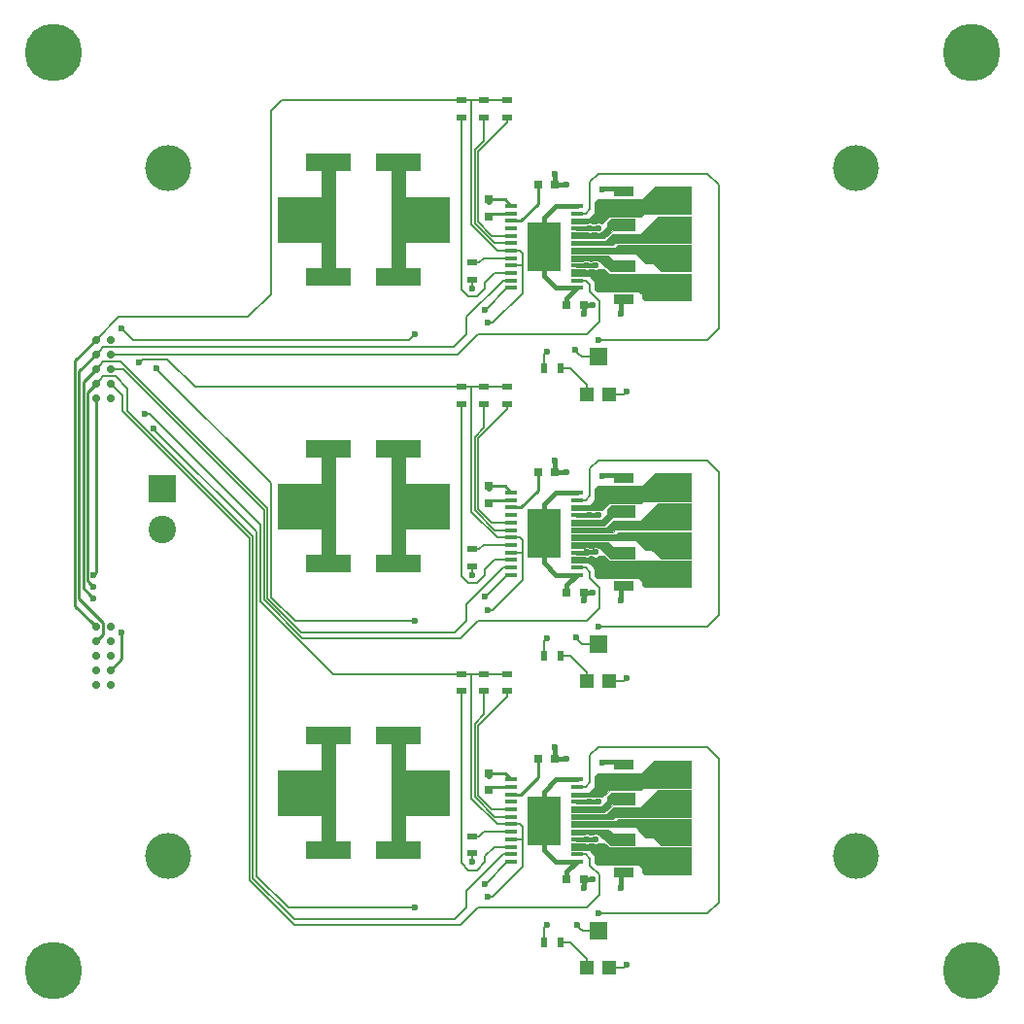
<source format=gbr>
G04 #@! TF.FileFunction,Copper,L1,Top,Signal*
%FSLAX46Y46*%
G04 Gerber Fmt 4.6, Leading zero omitted, Abs format (unit mm)*
G04 Created by KiCad (PCBNEW (2015-12-07 BZR 6352)-product) date Sun 16 Jul 2017 10:51:14 AM EDT*
%MOMM*%
G01*
G04 APERTURE LIST*
%ADD10C,0.100000*%
%ADD11R,4.000500X1.600200*%
%ADD12R,0.900000X0.500000*%
%ADD13R,0.750000X0.800000*%
%ADD14R,0.800000X0.750000*%
%ADD15R,1.200000X1.200000*%
%ADD16R,1.600000X1.500000*%
%ADD17R,0.500000X0.900000*%
%ADD18R,1.700000X0.900000*%
%ADD19R,1.100000X0.400000*%
%ADD20R,3.000000X4.320000*%
%ADD21R,2.032000X1.727200*%
%ADD22O,2.032000X1.727200*%
%ADD23C,0.700000*%
%ADD24C,4.000000*%
%ADD25C,5.000000*%
%ADD26C,2.400000*%
%ADD27R,2.400000X2.400000*%
%ADD28C,0.600000*%
%ADD29C,0.203200*%
%ADD30C,0.254000*%
%ADD31C,1.270000*%
%ADD32C,0.381000*%
G04 APERTURE END LIST*
D10*
D11*
X116050540Y-95500000D03*
X109949460Y-95500000D03*
X116050540Y-70500000D03*
X109949460Y-70500000D03*
D12*
X123573908Y-90112684D03*
X123573908Y-91612684D03*
X121573908Y-90112684D03*
X121573908Y-91612684D03*
D13*
X124000000Y-98750000D03*
X124000000Y-100250000D03*
D12*
X125573908Y-90112684D03*
X125573908Y-91612684D03*
D14*
X129750000Y-97500000D03*
X128250000Y-97500000D03*
D11*
X116050540Y-105500000D03*
X109949460Y-105500000D03*
D15*
X132500000Y-115750000D03*
D16*
X133500000Y-112500000D03*
D15*
X134500000Y-115750000D03*
D17*
X128750000Y-113500000D03*
X130250000Y-113500000D03*
D12*
X122500000Y-104250000D03*
X122500000Y-105750000D03*
D14*
X132250000Y-108000000D03*
X130750000Y-108000000D03*
D18*
X135750000Y-98050000D03*
X135750000Y-100950000D03*
X135750000Y-107450000D03*
X135750000Y-104550000D03*
D19*
X125950000Y-99325000D03*
X125950000Y-99975000D03*
X125950000Y-100625000D03*
X125950000Y-101275000D03*
X125950000Y-101925000D03*
X125950000Y-102575000D03*
X125950000Y-103225000D03*
X125950000Y-103875000D03*
X125950000Y-104525000D03*
X125950000Y-105175000D03*
X125950000Y-105825000D03*
X125950000Y-106475000D03*
X131650000Y-106475000D03*
X131650000Y-105825000D03*
X131650000Y-105175000D03*
X131650000Y-104525000D03*
X131650000Y-103875000D03*
X131650000Y-103225000D03*
X131650000Y-102575000D03*
X131650000Y-101925000D03*
X131650000Y-101275000D03*
X131650000Y-100625000D03*
X131650000Y-99975000D03*
X131650000Y-99325000D03*
D20*
X128800000Y-102900000D03*
D21*
X140250000Y-106435000D03*
D22*
X140250000Y-103895000D03*
X140250000Y-101355000D03*
X140250000Y-98815000D03*
D12*
X123573908Y-65112684D03*
X123573908Y-66612684D03*
X121573908Y-65112684D03*
X121573908Y-66612684D03*
D13*
X124000000Y-73750000D03*
X124000000Y-75250000D03*
D12*
X125573908Y-65112684D03*
X125573908Y-66612684D03*
D14*
X129750000Y-72500000D03*
X128250000Y-72500000D03*
D11*
X116050540Y-80500000D03*
X109949460Y-80500000D03*
D15*
X132500000Y-90750000D03*
D16*
X133500000Y-87500000D03*
D15*
X134500000Y-90750000D03*
D17*
X128750000Y-88500000D03*
X130250000Y-88500000D03*
D12*
X122500000Y-79250000D03*
X122500000Y-80750000D03*
D14*
X132250000Y-83000000D03*
X130750000Y-83000000D03*
D18*
X135750000Y-73050000D03*
X135750000Y-75950000D03*
X135750000Y-82450000D03*
X135750000Y-79550000D03*
D19*
X125950000Y-74325000D03*
X125950000Y-74975000D03*
X125950000Y-75625000D03*
X125950000Y-76275000D03*
X125950000Y-76925000D03*
X125950000Y-77575000D03*
X125950000Y-78225000D03*
X125950000Y-78875000D03*
X125950000Y-79525000D03*
X125950000Y-80175000D03*
X125950000Y-80825000D03*
X125950000Y-81475000D03*
X131650000Y-81475000D03*
X131650000Y-80825000D03*
X131650000Y-80175000D03*
X131650000Y-79525000D03*
X131650000Y-78875000D03*
X131650000Y-78225000D03*
X131650000Y-77575000D03*
X131650000Y-76925000D03*
X131650000Y-76275000D03*
X131650000Y-75625000D03*
X131650000Y-74975000D03*
X131650000Y-74325000D03*
D20*
X128800000Y-77900000D03*
D21*
X140250000Y-81435000D03*
D22*
X140250000Y-78895000D03*
X140250000Y-76355000D03*
X140250000Y-73815000D03*
D19*
X125950000Y-49325000D03*
X125950000Y-49975000D03*
X125950000Y-50625000D03*
X125950000Y-51275000D03*
X125950000Y-51925000D03*
X125950000Y-52575000D03*
X125950000Y-53225000D03*
X125950000Y-53875000D03*
X125950000Y-54525000D03*
X125950000Y-55175000D03*
X125950000Y-55825000D03*
X125950000Y-56475000D03*
X131650000Y-56475000D03*
X131650000Y-55825000D03*
X131650000Y-55175000D03*
X131650000Y-54525000D03*
X131650000Y-53875000D03*
X131650000Y-53225000D03*
X131650000Y-52575000D03*
X131650000Y-51925000D03*
X131650000Y-51275000D03*
X131650000Y-50625000D03*
X131650000Y-49975000D03*
X131650000Y-49325000D03*
D20*
X128800000Y-52900000D03*
D13*
X124000000Y-48750000D03*
X124000000Y-50250000D03*
D14*
X132250000Y-58000000D03*
X130750000Y-58000000D03*
X129750000Y-47500000D03*
X128250000Y-47500000D03*
D12*
X122500000Y-54250000D03*
X122500000Y-55750000D03*
X125573908Y-40112684D03*
X125573908Y-41612684D03*
X123573908Y-40112684D03*
X123573908Y-41612684D03*
X121573908Y-40112684D03*
X121573908Y-41612684D03*
D18*
X135750000Y-57450000D03*
X135750000Y-54550000D03*
X135750000Y-48050000D03*
X135750000Y-50950000D03*
D17*
X128750000Y-63500000D03*
X130250000Y-63500000D03*
D15*
X132500000Y-65750000D03*
D16*
X133500000Y-62500000D03*
D15*
X134500000Y-65750000D03*
D11*
X116050540Y-45500000D03*
X109949460Y-45500000D03*
X116050540Y-55500000D03*
X109949460Y-55500000D03*
D21*
X140250000Y-56435000D03*
D22*
X140250000Y-53895000D03*
X140250000Y-51355000D03*
X140250000Y-48815000D03*
D23*
X89730000Y-86000000D03*
X91000000Y-86000000D03*
X89730000Y-87270000D03*
X91000000Y-87270000D03*
X89730000Y-88540000D03*
X91000000Y-88540000D03*
X89730000Y-89810000D03*
X91000000Y-89810000D03*
X89730000Y-91080000D03*
X91000000Y-91080000D03*
X89730000Y-61000000D03*
X91000000Y-61000000D03*
X89730000Y-62270000D03*
X91000000Y-62270000D03*
X89730000Y-63540000D03*
X91000000Y-63540000D03*
X89730000Y-64810000D03*
X91000000Y-64810000D03*
X89730000Y-66080000D03*
X91000000Y-66080000D03*
D24*
X96000000Y-106000000D03*
X156000000Y-106000000D03*
X156000000Y-46000000D03*
X96000000Y-46000000D03*
D25*
X86000000Y-116000000D03*
X86000000Y-36000000D03*
X166000000Y-36000000D03*
X166000000Y-116000000D03*
D26*
X95500000Y-77500000D03*
D27*
X95500000Y-74000000D03*
D28*
X93972736Y-67438405D03*
X93500000Y-63000000D03*
X128999946Y-112001620D03*
X123877497Y-109532598D03*
X128999946Y-87001620D03*
X123877497Y-84532598D03*
X123877497Y-59532598D03*
X128999946Y-62001620D03*
X108500000Y-76500000D03*
X107500000Y-76500000D03*
X106500000Y-76500000D03*
X106500000Y-75500000D03*
X107500000Y-75500000D03*
X108500000Y-75500000D03*
X108500000Y-74500000D03*
X107500000Y-74500000D03*
X108500000Y-101500000D03*
X107500000Y-101500000D03*
X106500000Y-101500000D03*
X106500000Y-100500000D03*
X107500000Y-100500000D03*
X108500000Y-100500000D03*
X108500000Y-99500000D03*
X106500000Y-99500000D03*
X107500000Y-99500000D03*
X108500000Y-51500000D03*
X108500000Y-50500000D03*
X108500000Y-49500000D03*
X107500000Y-50500000D03*
X107500000Y-51500000D03*
X106500000Y-51500000D03*
X106500000Y-50500000D03*
X107500000Y-49500000D03*
X128800000Y-103900000D03*
X129800000Y-102900000D03*
X129800000Y-103900000D03*
X133835488Y-97859014D03*
X128800000Y-102900000D03*
X127800000Y-102900000D03*
X129800000Y-101900000D03*
X127800000Y-101900000D03*
X128800000Y-101900000D03*
X127800000Y-103900000D03*
X136000000Y-115500000D03*
X135500000Y-108750000D03*
X122500000Y-106500000D03*
X106500000Y-74500000D03*
X128800000Y-78900000D03*
X129800000Y-77900000D03*
X129800000Y-78900000D03*
X133835488Y-72859014D03*
X128800000Y-77900000D03*
X127800000Y-77900000D03*
X129800000Y-76900000D03*
X127800000Y-76900000D03*
X128800000Y-76900000D03*
X127800000Y-78900000D03*
X136000000Y-90500000D03*
X135500000Y-83750000D03*
X122500000Y-81500000D03*
X106500000Y-49500000D03*
X136000000Y-65500000D03*
X122500000Y-56500000D03*
X127800000Y-53900000D03*
X129800000Y-53900000D03*
X129800000Y-52900000D03*
X127800000Y-52900000D03*
X127800000Y-51900000D03*
X129800000Y-51900000D03*
X133835488Y-47859014D03*
X135500000Y-58750000D03*
X128800000Y-51900000D03*
X128800000Y-53900000D03*
X128800000Y-52900000D03*
X119500000Y-101500000D03*
X118500000Y-101500000D03*
X117500000Y-101500000D03*
X117500000Y-100500000D03*
X118500000Y-100500000D03*
X119500000Y-100500000D03*
X119500000Y-99500000D03*
X118500000Y-99500000D03*
X119500000Y-76500000D03*
X118500000Y-76500000D03*
X117500000Y-76500000D03*
X117500000Y-75500000D03*
X118500000Y-75500000D03*
X119500000Y-75500000D03*
X119500000Y-74500000D03*
X119500000Y-51500000D03*
X118500000Y-51500000D03*
X117500000Y-51500000D03*
X117500000Y-50500000D03*
X118500000Y-50500000D03*
X119500000Y-50500000D03*
X119500000Y-49500000D03*
X117500000Y-99500000D03*
X130750000Y-97500000D03*
X133500000Y-101250000D03*
X132750000Y-101250000D03*
X132500000Y-104500000D03*
X133250000Y-104500000D03*
X133000000Y-108000000D03*
X132250000Y-108750000D03*
X129750000Y-96500000D03*
X117500000Y-74500000D03*
X118500000Y-74500000D03*
X130750000Y-72500000D03*
X133500000Y-76250000D03*
X132750000Y-76250000D03*
X132500000Y-79500000D03*
X133250000Y-79500000D03*
X133000000Y-83000000D03*
X132250000Y-83750000D03*
X129750000Y-71500000D03*
X118500000Y-49500000D03*
X117500000Y-49500000D03*
X129750000Y-46500000D03*
X130750000Y-47500000D03*
X133500000Y-51250000D03*
X132750000Y-51250000D03*
X133250000Y-54500000D03*
X132500000Y-54500000D03*
X133000000Y-58000000D03*
X132250000Y-58750000D03*
X131478972Y-61901457D03*
X123638419Y-58405516D03*
X133500000Y-111000000D03*
X117500000Y-110500000D03*
X133500000Y-86000000D03*
X117500000Y-85500000D03*
X117500000Y-60500000D03*
X133500000Y-61000000D03*
X92000000Y-60000000D03*
X94746015Y-68753985D03*
X89500000Y-81500000D03*
X95000000Y-63500000D03*
X117500000Y-110500000D03*
X117500000Y-85500000D03*
X89500000Y-83500000D03*
X89500000Y-82500000D03*
X92000000Y-86500000D03*
X131556337Y-86967660D03*
X123638419Y-83405516D03*
X131649175Y-111987443D03*
X123638419Y-108405516D03*
D29*
X104076598Y-83783912D02*
X104076598Y-77118003D01*
X104076598Y-77118003D02*
X94397000Y-67438405D01*
X121573908Y-90112684D02*
X110405370Y-90112684D01*
X94397000Y-67438405D02*
X93972736Y-67438405D01*
X110405370Y-90112684D02*
X104076598Y-83783912D01*
X105887316Y-40112684D02*
X105000000Y-41000000D01*
X105000000Y-41000000D02*
X105000000Y-57000000D01*
X105000000Y-57000000D02*
X103000000Y-59000000D01*
D30*
X89380001Y-85650001D02*
X89730000Y-86000000D01*
X87910965Y-84180965D02*
X89380001Y-85650001D01*
X87910965Y-62819035D02*
X87910965Y-84180965D01*
X89730000Y-61000000D02*
X87910965Y-62819035D01*
D29*
X121573908Y-65112684D02*
X98375908Y-65112684D01*
X98375908Y-65112684D02*
X95963225Y-62700001D01*
X95963225Y-62700001D02*
X93799999Y-62700001D01*
X93799999Y-62700001D02*
X93500000Y-63000000D01*
X121573908Y-40112684D02*
X105887316Y-40112684D01*
X103000000Y-59000000D02*
X91730000Y-59000000D01*
X91730000Y-59000000D02*
X89730000Y-61000000D01*
X122440914Y-100981304D02*
X122440914Y-90171770D01*
X123573908Y-90112684D02*
X122500000Y-90112684D01*
X122440914Y-90171770D02*
X122500000Y-90112684D01*
X122500000Y-90112684D02*
X121573908Y-90112684D01*
X125573908Y-90112684D02*
X123573908Y-90112684D01*
X124684610Y-103225000D02*
X122440914Y-100981304D01*
X128750000Y-113500000D02*
X128750000Y-112251566D01*
X124301761Y-109532598D02*
X123877497Y-109532598D01*
X128750000Y-112251566D02*
X128999946Y-112001620D01*
X126891248Y-106943111D02*
X124301761Y-109532598D01*
X125950000Y-103225000D02*
X126655725Y-103225000D01*
X125950000Y-103225000D02*
X124684610Y-103225000D01*
X126655725Y-103225000D02*
X126891248Y-103460523D01*
X126891248Y-103460523D02*
X126891248Y-104500000D01*
X126412882Y-104525000D02*
X125950000Y-104525000D01*
X125950000Y-104525000D02*
X126866248Y-104525000D01*
X126891248Y-104500000D02*
X126891248Y-106943111D01*
X126866248Y-104525000D02*
X126891248Y-104500000D01*
X122440914Y-75981304D02*
X122440914Y-65171770D01*
X123573908Y-65112684D02*
X122500000Y-65112684D01*
X122440914Y-65171770D02*
X122500000Y-65112684D01*
X122500000Y-65112684D02*
X121573908Y-65112684D01*
X125573908Y-65112684D02*
X123573908Y-65112684D01*
X124684610Y-78225000D02*
X122440914Y-75981304D01*
X128750000Y-88500000D02*
X128750000Y-87251566D01*
X124301761Y-84532598D02*
X123877497Y-84532598D01*
X128750000Y-87251566D02*
X128999946Y-87001620D01*
X126891248Y-81943111D02*
X124301761Y-84532598D01*
X125950000Y-78225000D02*
X126655725Y-78225000D01*
X125950000Y-78225000D02*
X124684610Y-78225000D01*
X126655725Y-78225000D02*
X126891248Y-78460523D01*
X126891248Y-78460523D02*
X126891248Y-79500000D01*
X126412882Y-79525000D02*
X125950000Y-79525000D01*
X125950000Y-79525000D02*
X126866248Y-79525000D01*
X126891248Y-79500000D02*
X126891248Y-81943111D01*
X126866248Y-79525000D02*
X126891248Y-79500000D01*
X126891248Y-54500000D02*
X126891248Y-56943111D01*
X126891248Y-56943111D02*
X124301761Y-59532598D01*
X124301761Y-59532598D02*
X123877497Y-59532598D01*
X128750000Y-63500000D02*
X128750000Y-62251566D01*
X128750000Y-62251566D02*
X128999946Y-62001620D01*
X126891248Y-53460523D02*
X126891248Y-54500000D01*
X125950000Y-54525000D02*
X126866248Y-54525000D01*
X126866248Y-54525000D02*
X126891248Y-54500000D01*
X125950000Y-53225000D02*
X126655725Y-53225000D01*
X126655725Y-53225000D02*
X126891248Y-53460523D01*
X125950000Y-53225000D02*
X124684610Y-53225000D01*
X124684610Y-53225000D02*
X122440914Y-50981304D01*
X122440914Y-50981304D02*
X122440914Y-40171770D01*
X122440914Y-40171770D02*
X122500000Y-40112684D01*
X123573908Y-40112684D02*
X122500000Y-40112684D01*
X122500000Y-40112684D02*
X121573908Y-40112684D01*
X125573908Y-40112684D02*
X123573908Y-40112684D01*
X126412882Y-54525000D02*
X125950000Y-54525000D01*
D30*
X106500000Y-76500000D02*
X107500000Y-76500000D01*
X107500000Y-75500000D02*
X106500000Y-75500000D01*
X108500000Y-74500000D02*
X108500000Y-75500000D01*
X106500000Y-74500000D02*
X107500000Y-74500000D01*
X107500000Y-101500000D02*
X108500000Y-101500000D01*
X106500000Y-100500000D02*
X106500000Y-101500000D01*
X108500000Y-100500000D02*
X107500000Y-100500000D01*
X107500000Y-99500000D02*
X108500000Y-99500000D01*
X107500000Y-99500000D02*
X106500000Y-99500000D01*
D29*
X108500000Y-50500000D02*
X108500000Y-51500000D01*
X108500000Y-49500000D02*
X108500000Y-50500000D01*
X107500000Y-49500000D02*
X108500000Y-49500000D01*
X107500000Y-51500000D02*
X107500000Y-50500000D01*
X106500000Y-51500000D02*
X107500000Y-51500000D01*
X106500000Y-50500000D02*
X106500000Y-51500000D01*
X106500000Y-49500000D02*
X106500000Y-50500000D01*
X106500000Y-49500000D02*
X107500000Y-49500000D01*
D31*
X109949460Y-105500000D02*
X109949460Y-99000000D01*
D29*
X107000000Y-99000000D02*
X106500000Y-99500000D01*
X109949460Y-99000000D02*
X107000000Y-99000000D01*
D31*
X109949460Y-99000000D02*
X109949460Y-95500000D01*
D32*
X130750000Y-107375000D02*
X131650000Y-106475000D01*
X129834000Y-106475000D02*
X128800000Y-105441000D01*
X128800000Y-105441000D02*
X128800000Y-102900000D01*
X131650000Y-106475000D02*
X129834000Y-106475000D01*
D29*
X134500000Y-115750000D02*
X135750000Y-115750000D01*
X135750000Y-115750000D02*
X136000000Y-115500000D01*
D32*
X135500000Y-107700000D02*
X135500000Y-108750000D01*
X130750000Y-108000000D02*
X130750000Y-107375000D01*
X135500000Y-97800000D02*
X133894502Y-97800000D01*
X133894502Y-97800000D02*
X133835488Y-97859014D01*
X131650000Y-99325000D02*
X129834000Y-99325000D01*
X128800000Y-100359000D02*
X128800000Y-102900000D01*
X129834000Y-99325000D02*
X128800000Y-100359000D01*
D29*
X122500000Y-105750000D02*
X122500000Y-106500000D01*
D31*
X109949460Y-80500000D02*
X109949460Y-74000000D01*
D29*
X107000000Y-74000000D02*
X106500000Y-74500000D01*
X109949460Y-74000000D02*
X107000000Y-74000000D01*
D31*
X109949460Y-74000000D02*
X109949460Y-70500000D01*
D32*
X130750000Y-82375000D02*
X131650000Y-81475000D01*
X129834000Y-81475000D02*
X128800000Y-80441000D01*
X128800000Y-80441000D02*
X128800000Y-77900000D01*
X131650000Y-81475000D02*
X129834000Y-81475000D01*
D29*
X134500000Y-90750000D02*
X135750000Y-90750000D01*
X135750000Y-90750000D02*
X136000000Y-90500000D01*
D32*
X135500000Y-82700000D02*
X135500000Y-83750000D01*
X130750000Y-83000000D02*
X130750000Y-82375000D01*
X135500000Y-72800000D02*
X133894502Y-72800000D01*
X133894502Y-72800000D02*
X133835488Y-72859014D01*
X131650000Y-74325000D02*
X129834000Y-74325000D01*
X128800000Y-75359000D02*
X128800000Y-77900000D01*
X129834000Y-74325000D02*
X128800000Y-75359000D01*
D29*
X122500000Y-80750000D02*
X122500000Y-81500000D01*
D31*
X109949460Y-49000000D02*
X109949460Y-45500000D01*
X109949460Y-55500000D02*
X109949460Y-49000000D01*
D29*
X109949460Y-49000000D02*
X107000000Y-49000000D01*
X107000000Y-49000000D02*
X106500000Y-49500000D01*
X134500000Y-65750000D02*
X135750000Y-65750000D01*
X135750000Y-65750000D02*
X136000000Y-65500000D01*
X122500000Y-55750000D02*
X122500000Y-56500000D01*
D32*
X133894502Y-47800000D02*
X133835488Y-47859014D01*
X135500000Y-47800000D02*
X133894502Y-47800000D01*
X135500000Y-57700000D02*
X135500000Y-58750000D01*
X130750000Y-58000000D02*
X130750000Y-57375000D01*
X130750000Y-57375000D02*
X131650000Y-56475000D01*
X131650000Y-49325000D02*
X129834000Y-49325000D01*
X129834000Y-49325000D02*
X128800000Y-50359000D01*
X128800000Y-50359000D02*
X128800000Y-52900000D01*
X131650000Y-56475000D02*
X129834000Y-56475000D01*
X129834000Y-56475000D02*
X128800000Y-55441000D01*
X128800000Y-55441000D02*
X128800000Y-52900000D01*
D30*
X118500000Y-101500000D02*
X119500000Y-101500000D01*
X117500000Y-100500000D02*
X117500000Y-101500000D01*
X119500000Y-100500000D02*
X118500000Y-100500000D01*
X118500000Y-99500000D02*
X119500000Y-99500000D01*
X118500000Y-76500000D02*
X119500000Y-76500000D01*
X117500000Y-76500000D02*
X118500000Y-76500000D01*
X117500000Y-75500000D02*
X117500000Y-76500000D01*
X118500000Y-75500000D02*
X117500000Y-75500000D01*
X119500000Y-75500000D02*
X118500000Y-75500000D01*
X119500000Y-74500000D02*
X119500000Y-75500000D01*
X118500000Y-74500000D02*
X119500000Y-74500000D01*
D29*
X118500000Y-51500000D02*
X119500000Y-51500000D01*
X117500000Y-51500000D02*
X118500000Y-51500000D01*
X117500000Y-50500000D02*
X117500000Y-51500000D01*
X118500000Y-50500000D02*
X117500000Y-50500000D01*
X119500000Y-50500000D02*
X118500000Y-50500000D01*
X119500000Y-49500000D02*
X119500000Y-50500000D01*
X118500000Y-49500000D02*
X119500000Y-49500000D01*
D31*
X116050540Y-105500000D02*
X116050540Y-99500000D01*
D29*
X116050540Y-99500000D02*
X117500000Y-99500000D01*
D31*
X116050540Y-99500000D02*
X116050540Y-95500000D01*
D29*
X117500000Y-99500000D02*
X118500000Y-99500000D01*
D32*
X132500000Y-104500000D02*
X133250000Y-104500000D01*
X132475000Y-104525000D02*
X132500000Y-104500000D01*
X132250000Y-108000000D02*
X133000000Y-108000000D01*
X132250000Y-108000000D02*
X132250000Y-108750000D01*
X131650000Y-104525000D02*
X132475000Y-104525000D01*
X132725000Y-101275000D02*
X132750000Y-101250000D01*
X132750000Y-101250000D02*
X133500000Y-101250000D01*
X131650000Y-101275000D02*
X132725000Y-101275000D01*
X129750000Y-97500000D02*
X129750000Y-96500000D01*
X129750000Y-97500000D02*
X130750000Y-97500000D01*
D31*
X116050540Y-80500000D02*
X116050540Y-74500000D01*
D29*
X116050540Y-74500000D02*
X117500000Y-74500000D01*
D31*
X116050540Y-74500000D02*
X116050540Y-70500000D01*
D29*
X117500000Y-74500000D02*
X118500000Y-74500000D01*
D32*
X132500000Y-79500000D02*
X133250000Y-79500000D01*
X132475000Y-79525000D02*
X132500000Y-79500000D01*
X132250000Y-83000000D02*
X133000000Y-83000000D01*
X132250000Y-83000000D02*
X132250000Y-83750000D01*
X131650000Y-79525000D02*
X132475000Y-79525000D01*
X132725000Y-76275000D02*
X132750000Y-76250000D01*
X132750000Y-76250000D02*
X133500000Y-76250000D01*
X131650000Y-76275000D02*
X132725000Y-76275000D01*
X129750000Y-72500000D02*
X129750000Y-71500000D01*
X129750000Y-72500000D02*
X130750000Y-72500000D01*
D29*
X117500000Y-49500000D02*
X118500000Y-49500000D01*
D31*
X116050540Y-49500000D02*
X116050540Y-45500000D01*
X116050540Y-55500000D02*
X116050540Y-49500000D01*
D29*
X116050540Y-49500000D02*
X117500000Y-49500000D01*
D32*
X129750000Y-47500000D02*
X129750000Y-46500000D01*
X129750000Y-47500000D02*
X130750000Y-47500000D01*
X132750000Y-51250000D02*
X133500000Y-51250000D01*
X131650000Y-51275000D02*
X132725000Y-51275000D01*
X132725000Y-51275000D02*
X132750000Y-51250000D01*
X132500000Y-54500000D02*
X133250000Y-54500000D01*
X131650000Y-54525000D02*
X132475000Y-54525000D01*
X132475000Y-54525000D02*
X132500000Y-54500000D01*
X132250000Y-58000000D02*
X133000000Y-58000000D01*
X132250000Y-58000000D02*
X132250000Y-58750000D01*
D29*
X130250000Y-63500000D02*
X131053200Y-63500000D01*
X131053200Y-63500000D02*
X132500000Y-64946800D01*
X132500000Y-64946800D02*
X132500000Y-65750000D01*
X132077515Y-62500000D02*
X131778971Y-62201456D01*
X133500000Y-62500000D02*
X132077515Y-62500000D01*
X131778971Y-62201456D02*
X131478972Y-61901457D01*
X125600000Y-56475000D02*
X123669484Y-58405516D01*
X123669484Y-58405516D02*
X123638419Y-58405516D01*
X125950000Y-56475000D02*
X125600000Y-56475000D01*
D30*
X89730000Y-62270000D02*
X88264976Y-63735024D01*
X88264976Y-63735024D02*
X88264976Y-83569717D01*
X88264976Y-83569717D02*
X90357785Y-85662526D01*
X90357785Y-85662526D02*
X90357785Y-86642215D01*
X90357785Y-86642215D02*
X90079999Y-86920001D01*
X90079999Y-86920001D02*
X89730000Y-87270000D01*
D29*
X125950000Y-55825000D02*
X125196800Y-55825000D01*
X90371683Y-61628317D02*
X90079999Y-61920001D01*
X125196800Y-55825000D02*
X122000000Y-59021800D01*
X122000000Y-60500000D02*
X120871683Y-61628317D01*
X120871683Y-61628317D02*
X90371683Y-61628317D01*
X122000000Y-59021800D02*
X122000000Y-60500000D01*
X90079999Y-61920001D02*
X89730000Y-62270000D01*
X131650000Y-55825000D02*
X132403200Y-55825000D01*
X132403200Y-55825000D02*
X132800000Y-56221800D01*
X132800000Y-56221800D02*
X132800000Y-56800000D01*
X132800000Y-56800000D02*
X133600000Y-57600000D01*
X133600000Y-57600000D02*
X133600000Y-59400000D01*
X133600000Y-59400000D02*
X132500000Y-60500000D01*
X132500000Y-60500000D02*
X123000000Y-60500000D01*
X123000000Y-60500000D02*
X121230000Y-62270000D01*
X121230000Y-62270000D02*
X97226456Y-62270000D01*
X97226456Y-62270000D02*
X91000000Y-62270000D01*
D30*
X131650000Y-55825000D02*
X131650000Y-55846602D01*
D29*
X144000000Y-110000000D02*
X143000000Y-111000000D01*
X143000000Y-111000000D02*
X133500000Y-111000000D01*
X144000000Y-97500000D02*
X144000000Y-110000000D01*
X143000000Y-96500000D02*
X144000000Y-97500000D01*
X133500000Y-96500000D02*
X143000000Y-96500000D01*
X132800000Y-97200000D02*
X133500000Y-96500000D01*
X132800000Y-97800000D02*
X132800000Y-97200000D01*
X132403200Y-99975000D02*
X132800000Y-99578200D01*
X131650000Y-99975000D02*
X132403200Y-99975000D01*
X132800000Y-99578200D02*
X132800000Y-97800000D01*
X144000000Y-85000000D02*
X143000000Y-86000000D01*
X143000000Y-86000000D02*
X133500000Y-86000000D01*
X144000000Y-72500000D02*
X144000000Y-85000000D01*
X143000000Y-71500000D02*
X144000000Y-72500000D01*
X133500000Y-71500000D02*
X143000000Y-71500000D01*
X132800000Y-72200000D02*
X133500000Y-71500000D01*
X132800000Y-72800000D02*
X132800000Y-72200000D01*
X132403200Y-74975000D02*
X132800000Y-74578200D01*
X131650000Y-74975000D02*
X132403200Y-74975000D01*
X132800000Y-74578200D02*
X132800000Y-72800000D01*
X132800000Y-49578200D02*
X132800000Y-47800000D01*
X131650000Y-49975000D02*
X132403200Y-49975000D01*
X132403200Y-49975000D02*
X132800000Y-49578200D01*
X132800000Y-47800000D02*
X132800000Y-47200000D01*
X132800000Y-47200000D02*
X133500000Y-46500000D01*
X133500000Y-46500000D02*
X143000000Y-46500000D01*
X143000000Y-46500000D02*
X144000000Y-47500000D01*
X144000000Y-47500000D02*
X144000000Y-60000000D01*
X143000000Y-61000000D02*
X133500000Y-61000000D01*
X144000000Y-60000000D02*
X143000000Y-61000000D01*
X107000000Y-61000000D02*
X93000000Y-61000000D01*
X93000000Y-61000000D02*
X92000000Y-60000000D01*
X116000000Y-61000000D02*
X107000000Y-61000000D01*
X117000000Y-61000000D02*
X116000000Y-61000000D01*
X117500000Y-60500000D02*
X117000000Y-61000000D01*
X95046014Y-69053984D02*
X94746015Y-68753985D01*
X103721176Y-77729146D02*
X95046014Y-69053984D01*
X106500000Y-110500000D02*
X103721176Y-107721176D01*
X103721176Y-107721176D02*
X103721176Y-77729146D01*
X117500000Y-110500000D02*
X106500000Y-110500000D01*
D30*
X89730000Y-81270000D02*
X89500000Y-81500000D01*
X89730000Y-66080000D02*
X89730000Y-81270000D01*
D29*
X95299999Y-63799999D02*
X95000000Y-63500000D01*
X105000000Y-83416589D02*
X105000000Y-73500000D01*
X117500000Y-85500000D02*
X107083411Y-85500000D01*
X105000000Y-73500000D02*
X95299999Y-63799999D01*
X107083411Y-85500000D02*
X105000000Y-83416589D01*
X132800000Y-99578200D02*
X132800000Y-97800000D01*
X131650000Y-99975000D02*
X132403200Y-99975000D01*
X132403200Y-99975000D02*
X132800000Y-99578200D01*
X132800000Y-74578200D02*
X132800000Y-72800000D01*
X131650000Y-74975000D02*
X132403200Y-74975000D01*
X132403200Y-74975000D02*
X132800000Y-74578200D01*
D30*
X124000000Y-48750000D02*
X125375000Y-48750000D01*
D32*
X124000000Y-48750000D02*
X124000000Y-49000000D01*
D30*
X125375000Y-48750000D02*
X125950000Y-49325000D01*
X124000000Y-50250000D02*
X124275000Y-49975000D01*
X124275000Y-49975000D02*
X125950000Y-49975000D01*
D29*
X122500000Y-54250000D02*
X123153200Y-54250000D01*
X123153200Y-54250000D02*
X123528200Y-53875000D01*
X123528200Y-53875000D02*
X125196800Y-53875000D01*
X125196800Y-53875000D02*
X125950000Y-53875000D01*
X125573908Y-41612684D02*
X125573908Y-42065884D01*
X124242220Y-51925000D02*
X125196800Y-51925000D01*
X125196800Y-51925000D02*
X125950000Y-51925000D01*
X125573908Y-42065884D02*
X123047336Y-44592456D01*
X123047336Y-50730116D02*
X124242220Y-51925000D01*
X123047336Y-44592456D02*
X123047336Y-50730116D01*
X125196800Y-52575000D02*
X125950000Y-52575000D01*
X122744125Y-44466862D02*
X122744125Y-50855710D01*
X122744125Y-50855710D02*
X124463415Y-52575000D01*
X123573908Y-43637079D02*
X122744125Y-44466862D01*
X124463415Y-52575000D02*
X125196800Y-52575000D01*
X123573908Y-41612684D02*
X123573908Y-43637079D01*
X121573908Y-41612684D02*
X121573908Y-56580422D01*
X123637311Y-55996994D02*
X124459305Y-55175000D01*
X121573908Y-56580422D02*
X122205419Y-57211933D01*
X122205419Y-57211933D02*
X122917025Y-57211933D01*
X122917025Y-57211933D02*
X123637311Y-56491647D01*
X123637311Y-56491647D02*
X123637311Y-55996994D01*
X124459305Y-55175000D02*
X125950000Y-55175000D01*
D32*
X140097600Y-48630000D02*
X140250000Y-48630000D01*
D30*
X128250000Y-47500000D02*
X128250000Y-49129000D01*
X128250000Y-49129000D02*
X126754000Y-50625000D01*
X126754000Y-50625000D02*
X125950000Y-50625000D01*
X88618987Y-64651013D02*
X88618987Y-82618987D01*
X89730000Y-63540000D02*
X88618987Y-64651013D01*
X89200001Y-83200001D02*
X89500000Y-83500000D01*
X88618987Y-82618987D02*
X89200001Y-83200001D01*
D29*
X90079999Y-63190001D02*
X89730000Y-63540000D01*
X90367325Y-62902675D02*
X90079999Y-63190001D01*
X91900193Y-62902675D02*
X90367325Y-62902675D01*
X107654607Y-86500000D02*
X104683020Y-83528413D01*
X104683020Y-83528413D02*
X104683020Y-75685502D01*
X121000000Y-86500000D02*
X107654607Y-86500000D01*
X122000000Y-84021800D02*
X122000000Y-85500000D01*
X104683020Y-75685502D02*
X91900193Y-62902675D01*
X125950000Y-80825000D02*
X125196800Y-80825000D01*
X125196800Y-80825000D02*
X122000000Y-84021800D01*
X122000000Y-85500000D02*
X121000000Y-86500000D01*
X131650000Y-80825000D02*
X132403200Y-80825000D01*
X132800000Y-81800000D02*
X133600000Y-82600000D01*
X133600000Y-82600000D02*
X133600000Y-84400000D01*
X133600000Y-84400000D02*
X132500000Y-85500000D01*
X121500000Y-87000000D02*
X107725803Y-87000000D01*
X107725803Y-87000000D02*
X104379809Y-83654006D01*
X104379809Y-83654006D02*
X104379809Y-75811096D01*
X92108713Y-63540000D02*
X91000000Y-63540000D01*
X132403200Y-80825000D02*
X132800000Y-81221800D01*
X132800000Y-81221800D02*
X132800000Y-81800000D01*
X132500000Y-85500000D02*
X123000000Y-85500000D01*
X123000000Y-85500000D02*
X121500000Y-87000000D01*
X104379809Y-75811096D02*
X92108713Y-63540000D01*
D30*
X131650000Y-80825000D02*
X131650000Y-80846602D01*
D29*
X103417965Y-78135332D02*
X92500000Y-67217368D01*
X90368963Y-64171037D02*
X90079999Y-64460001D01*
X107000000Y-111500000D02*
X103417965Y-107917965D01*
X92500000Y-65262058D02*
X91408979Y-64171037D01*
X121000000Y-111500000D02*
X107000000Y-111500000D01*
X125196800Y-105825000D02*
X122000000Y-109021800D01*
X91408979Y-64171037D02*
X90368963Y-64171037D01*
X103417965Y-107917965D02*
X103417965Y-78135332D01*
X92500000Y-67217368D02*
X92500000Y-65262058D01*
X125950000Y-105825000D02*
X125196800Y-105825000D01*
X90079999Y-64460001D02*
X89730000Y-64810000D01*
X122000000Y-109021800D02*
X122000000Y-110500000D01*
X122000000Y-110500000D02*
X121000000Y-111500000D01*
D30*
X88972998Y-65567002D02*
X88972998Y-81972998D01*
X89730000Y-64810000D02*
X88972998Y-65567002D01*
X89200001Y-82200001D02*
X89500000Y-82500000D01*
X88972998Y-81972998D02*
X89200001Y-82200001D01*
D29*
X121500000Y-112000000D02*
X107000000Y-112000000D01*
X133600000Y-109400000D02*
X132500000Y-110500000D01*
X133600000Y-107600000D02*
X133600000Y-109400000D01*
X103114754Y-108062984D02*
X103114754Y-78260926D01*
X107000000Y-111948230D02*
X103114754Y-108062984D01*
X123000000Y-110500000D02*
X121500000Y-112000000D01*
X132403200Y-105825000D02*
X132800000Y-106221800D01*
X131650000Y-105825000D02*
X132403200Y-105825000D01*
X132800000Y-106221800D02*
X132800000Y-106800000D01*
X132800000Y-106800000D02*
X133600000Y-107600000D01*
X132500000Y-110500000D02*
X123000000Y-110500000D01*
X91349999Y-65159999D02*
X91000000Y-64810000D01*
X107000000Y-112000000D02*
X107000000Y-111948230D01*
X103114754Y-78260926D02*
X92044295Y-67190467D01*
X92044295Y-67190467D02*
X92044295Y-65854295D01*
X92044295Y-65854295D02*
X91349999Y-65159999D01*
D30*
X92000000Y-86500000D02*
X92000000Y-88810000D01*
X92000000Y-88810000D02*
X91000000Y-89810000D01*
X131650000Y-105825000D02*
X131650000Y-105846602D01*
D29*
X131053200Y-88500000D02*
X132500000Y-89946800D01*
X132500000Y-89946800D02*
X132500000Y-90750000D01*
X130250000Y-88500000D02*
X131053200Y-88500000D01*
X131053200Y-113500000D02*
X132500000Y-114946800D01*
X132500000Y-114946800D02*
X132500000Y-115750000D01*
X130250000Y-113500000D02*
X131053200Y-113500000D01*
D30*
X125375000Y-73750000D02*
X125950000Y-74325000D01*
X124000000Y-73750000D02*
X125375000Y-73750000D01*
D32*
X124000000Y-73750000D02*
X124000000Y-74000000D01*
D30*
X124000000Y-75250000D02*
X124275000Y-74975000D01*
X124275000Y-74975000D02*
X125950000Y-74975000D01*
X125375000Y-98750000D02*
X125950000Y-99325000D01*
X124000000Y-98750000D02*
X125375000Y-98750000D01*
D32*
X124000000Y-98750000D02*
X124000000Y-99000000D01*
D30*
X124000000Y-100250000D02*
X124275000Y-99975000D01*
X124275000Y-99975000D02*
X125950000Y-99975000D01*
D32*
X140097600Y-73630000D02*
X140250000Y-73630000D01*
X140097600Y-98630000D02*
X140250000Y-98630000D01*
D29*
X123528200Y-78875000D02*
X125196800Y-78875000D01*
X125196800Y-78875000D02*
X125950000Y-78875000D01*
X123153200Y-79250000D02*
X123528200Y-78875000D01*
X122500000Y-79250000D02*
X123153200Y-79250000D01*
X123528200Y-103875000D02*
X125196800Y-103875000D01*
X125196800Y-103875000D02*
X125950000Y-103875000D01*
X123153200Y-104250000D02*
X123528200Y-103875000D01*
X122500000Y-104250000D02*
X123153200Y-104250000D01*
X131856336Y-87267659D02*
X131556337Y-86967660D01*
X133500000Y-87500000D02*
X132088677Y-87500000D01*
X132088677Y-87500000D02*
X131856336Y-87267659D01*
X125600000Y-81475000D02*
X123669484Y-83405516D01*
X123669484Y-83405516D02*
X123638419Y-83405516D01*
X125950000Y-81475000D02*
X125600000Y-81475000D01*
X132161732Y-112500000D02*
X131949174Y-112287442D01*
X131949174Y-112287442D02*
X131649175Y-111987443D01*
X133500000Y-112500000D02*
X132161732Y-112500000D01*
X125600000Y-106475000D02*
X123669484Y-108405516D01*
X123669484Y-108405516D02*
X123638419Y-108405516D01*
X125950000Y-106475000D02*
X125600000Y-106475000D01*
D30*
X128250000Y-74129000D02*
X126754000Y-75625000D01*
X126754000Y-75625000D02*
X125950000Y-75625000D01*
X128250000Y-72500000D02*
X128250000Y-74129000D01*
X128250000Y-99129000D02*
X126754000Y-100625000D01*
X126754000Y-100625000D02*
X125950000Y-100625000D01*
X128250000Y-97500000D02*
X128250000Y-99129000D01*
D29*
X125196800Y-76925000D02*
X125950000Y-76925000D01*
X124242220Y-76925000D02*
X125196800Y-76925000D01*
X123047336Y-75730116D02*
X124242220Y-76925000D01*
X123047336Y-69592456D02*
X123047336Y-75730116D01*
X125573908Y-67065884D02*
X123047336Y-69592456D01*
X125573908Y-66612684D02*
X125573908Y-67065884D01*
X123573908Y-68637079D02*
X122744125Y-69466862D01*
X123573908Y-66612684D02*
X123573908Y-68637079D01*
X122744125Y-69466862D02*
X122744125Y-75855710D01*
X122744125Y-75855710D02*
X124463415Y-77575000D01*
X125196800Y-77575000D02*
X125950000Y-77575000D01*
X124463415Y-77575000D02*
X125196800Y-77575000D01*
X121573908Y-66612684D02*
X121573908Y-81580422D01*
X121573908Y-81580422D02*
X122205419Y-82211933D01*
X122917025Y-82211933D02*
X123637311Y-81491647D01*
X123637311Y-80996994D02*
X124459305Y-80175000D01*
X122205419Y-82211933D02*
X122917025Y-82211933D01*
X123637311Y-81491647D02*
X123637311Y-80996994D01*
X124459305Y-80175000D02*
X125950000Y-80175000D01*
X125196800Y-101925000D02*
X125950000Y-101925000D01*
X124242220Y-101925000D02*
X125196800Y-101925000D01*
X123047336Y-100730116D02*
X124242220Y-101925000D01*
X123047336Y-94592456D02*
X123047336Y-100730116D01*
X125573908Y-92065884D02*
X123047336Y-94592456D01*
X125573908Y-91612684D02*
X125573908Y-92065884D01*
X123573908Y-93637079D02*
X122744125Y-94466862D01*
X123573908Y-91612684D02*
X123573908Y-93637079D01*
X122744125Y-94466862D02*
X122744125Y-100855710D01*
X122744125Y-100855710D02*
X124463415Y-102575000D01*
X125196800Y-102575000D02*
X125950000Y-102575000D01*
X124463415Y-102575000D02*
X125196800Y-102575000D01*
X121573908Y-91612684D02*
X121573908Y-106580422D01*
X121573908Y-106580422D02*
X122205419Y-107211933D01*
X122917025Y-107211933D02*
X123637311Y-106491647D01*
X123637311Y-105996994D02*
X124459305Y-105175000D01*
X122205419Y-107211933D02*
X122917025Y-107211933D01*
X123637311Y-106491647D02*
X123637311Y-105996994D01*
X124459305Y-105175000D02*
X125950000Y-105175000D01*
D10*
G36*
X134764645Y-54035355D02*
X134781185Y-54046325D01*
X134800000Y-54050000D01*
X136650000Y-54050000D01*
X136650000Y-55050000D01*
X134562132Y-55050000D01*
X134206066Y-54693934D01*
X134158358Y-54661818D01*
X134125969Y-54655259D01*
X133635355Y-54164645D01*
X133618815Y-54153675D01*
X133600000Y-54150000D01*
X133536452Y-54150000D01*
X133505237Y-54118731D01*
X133339903Y-54050078D01*
X133160882Y-54049922D01*
X132995428Y-54118286D01*
X132963659Y-54150000D01*
X132786452Y-54150000D01*
X132755237Y-54118731D01*
X132589903Y-54050078D01*
X132410882Y-54049922D01*
X132245428Y-54118286D01*
X132213659Y-54150000D01*
X131150000Y-54150000D01*
X131150000Y-53650000D01*
X134379290Y-53650000D01*
X134764645Y-54035355D01*
X134764645Y-54035355D01*
G37*
X134764645Y-54035355D02*
X134781185Y-54046325D01*
X134800000Y-54050000D01*
X136650000Y-54050000D01*
X136650000Y-55050000D01*
X134562132Y-55050000D01*
X134206066Y-54693934D01*
X134158358Y-54661818D01*
X134125969Y-54655259D01*
X133635355Y-54164645D01*
X133618815Y-54153675D01*
X133600000Y-54150000D01*
X133536452Y-54150000D01*
X133505237Y-54118731D01*
X133339903Y-54050078D01*
X133160882Y-54049922D01*
X132995428Y-54118286D01*
X132963659Y-54150000D01*
X132786452Y-54150000D01*
X132755237Y-54118731D01*
X132589903Y-54050078D01*
X132410882Y-54049922D01*
X132245428Y-54118286D01*
X132213659Y-54150000D01*
X131150000Y-54150000D01*
X131150000Y-53650000D01*
X134379290Y-53650000D01*
X134764645Y-54035355D01*
G36*
X136650000Y-51450000D02*
X134800000Y-51450000D01*
X134780547Y-51453939D01*
X134764645Y-51464645D01*
X134079290Y-52150000D01*
X131150000Y-52150000D01*
X131150000Y-51650000D01*
X132539872Y-51650000D01*
X132660097Y-51699922D01*
X132839118Y-51700078D01*
X132960316Y-51650000D01*
X133289872Y-51650000D01*
X133410097Y-51699922D01*
X133589118Y-51700078D01*
X133710316Y-51650000D01*
X133800000Y-51650000D01*
X133819453Y-51646061D01*
X133835355Y-51635355D01*
X134235355Y-51235355D01*
X134246325Y-51218815D01*
X134250000Y-51200000D01*
X134250000Y-50820710D01*
X134620710Y-50450000D01*
X136650000Y-50450000D01*
X136650000Y-51450000D01*
X136650000Y-51450000D01*
G37*
X136650000Y-51450000D02*
X134800000Y-51450000D01*
X134780547Y-51453939D01*
X134764645Y-51464645D01*
X134079290Y-52150000D01*
X131150000Y-52150000D01*
X131150000Y-51650000D01*
X132539872Y-51650000D01*
X132660097Y-51699922D01*
X132839118Y-51700078D01*
X132960316Y-51650000D01*
X133289872Y-51650000D01*
X133410097Y-51699922D01*
X133589118Y-51700078D01*
X133710316Y-51650000D01*
X133800000Y-51650000D01*
X133819453Y-51646061D01*
X133835355Y-51635355D01*
X134235355Y-51235355D01*
X134246325Y-51218815D01*
X134250000Y-51200000D01*
X134250000Y-50820710D01*
X134620710Y-50450000D01*
X136650000Y-50450000D01*
X136650000Y-51450000D01*
G36*
X141550000Y-50050000D02*
X137500000Y-50050000D01*
X137480547Y-50053939D01*
X137464645Y-50064645D01*
X137279290Y-50250000D01*
X134500000Y-50250000D01*
X134480547Y-50253939D01*
X134464645Y-50264645D01*
X133879290Y-50850000D01*
X133710128Y-50850000D01*
X133589903Y-50800078D01*
X133410882Y-50799922D01*
X133289684Y-50850000D01*
X132960128Y-50850000D01*
X132839903Y-50800078D01*
X132660882Y-50799922D01*
X132539684Y-50850000D01*
X131150000Y-50850000D01*
X131150000Y-50450000D01*
X132700000Y-50450000D01*
X132719453Y-50446061D01*
X132735355Y-50435355D01*
X133135355Y-50035355D01*
X133146325Y-50018815D01*
X133150000Y-50000000D01*
X133150000Y-49020710D01*
X133420710Y-48750000D01*
X137300000Y-48750000D01*
X137319453Y-48746061D01*
X137335355Y-48735355D01*
X138420710Y-47650000D01*
X141550000Y-47650000D01*
X141550000Y-50050000D01*
X141550000Y-50050000D01*
G37*
X141550000Y-50050000D02*
X137500000Y-50050000D01*
X137480547Y-50053939D01*
X137464645Y-50064645D01*
X137279290Y-50250000D01*
X134500000Y-50250000D01*
X134480547Y-50253939D01*
X134464645Y-50264645D01*
X133879290Y-50850000D01*
X133710128Y-50850000D01*
X133589903Y-50800078D01*
X133410882Y-50799922D01*
X133289684Y-50850000D01*
X132960128Y-50850000D01*
X132839903Y-50800078D01*
X132660882Y-50799922D01*
X132539684Y-50850000D01*
X131150000Y-50850000D01*
X131150000Y-50450000D01*
X132700000Y-50450000D01*
X132719453Y-50446061D01*
X132735355Y-50435355D01*
X133135355Y-50035355D01*
X133146325Y-50018815D01*
X133150000Y-50000000D01*
X133150000Y-49020710D01*
X133420710Y-48750000D01*
X137300000Y-48750000D01*
X137319453Y-48746061D01*
X137335355Y-48735355D01*
X138420710Y-47650000D01*
X141550000Y-47650000D01*
X141550000Y-50050000D01*
G36*
X141550000Y-52550000D02*
X135000000Y-52550000D01*
X134980547Y-52553939D01*
X134964645Y-52564645D01*
X134779290Y-52750000D01*
X131150000Y-52750000D01*
X131150000Y-52350000D01*
X134200000Y-52350000D01*
X134219453Y-52346061D01*
X134235355Y-52335355D01*
X134820710Y-51750000D01*
X137200000Y-51750000D01*
X137219453Y-51746061D01*
X137235355Y-51735355D01*
X138720710Y-50250000D01*
X141550000Y-50250000D01*
X141550000Y-52550000D01*
X141550000Y-52550000D01*
G37*
X141550000Y-52550000D02*
X135000000Y-52550000D01*
X134980547Y-52553939D01*
X134964645Y-52564645D01*
X134779290Y-52750000D01*
X131150000Y-52750000D01*
X131150000Y-52350000D01*
X134200000Y-52350000D01*
X134219453Y-52346061D01*
X134235355Y-52335355D01*
X134820710Y-51750000D01*
X137200000Y-51750000D01*
X137219453Y-51746061D01*
X137235355Y-51735355D01*
X138720710Y-50250000D01*
X141550000Y-50250000D01*
X141550000Y-52550000D01*
G36*
X141550000Y-55050000D02*
X138920710Y-55050000D01*
X138235355Y-54364645D01*
X138218815Y-54353675D01*
X138200000Y-54350000D01*
X137620710Y-54350000D01*
X136735355Y-53464645D01*
X136718815Y-53453675D01*
X136700000Y-53450000D01*
X131150000Y-53450000D01*
X131150000Y-52950000D01*
X135000000Y-52950000D01*
X135019453Y-52946061D01*
X135035355Y-52935355D01*
X135220710Y-52750000D01*
X141550000Y-52750000D01*
X141550000Y-55050000D01*
X141550000Y-55050000D01*
G37*
X141550000Y-55050000D02*
X138920710Y-55050000D01*
X138235355Y-54364645D01*
X138218815Y-54353675D01*
X138200000Y-54350000D01*
X137620710Y-54350000D01*
X136735355Y-53464645D01*
X136718815Y-53453675D01*
X136700000Y-53450000D01*
X131150000Y-53450000D01*
X131150000Y-52950000D01*
X135000000Y-52950000D01*
X135019453Y-52946061D01*
X135035355Y-52935355D01*
X135220710Y-52750000D01*
X141550000Y-52750000D01*
X141550000Y-55050000D01*
G36*
X132994763Y-54881269D02*
X133160097Y-54949922D01*
X133339118Y-54950078D01*
X133504572Y-54881714D01*
X133536341Y-54850000D01*
X134079290Y-54850000D01*
X134464645Y-55235355D01*
X134481185Y-55246325D01*
X134500000Y-55250000D01*
X141550000Y-55250000D01*
X141550000Y-57550000D01*
X137520710Y-57550000D01*
X137350000Y-57379290D01*
X137350000Y-57100000D01*
X137346061Y-57080547D01*
X137335355Y-57064645D01*
X137035355Y-56764645D01*
X137018815Y-56753675D01*
X137000000Y-56750000D01*
X133320710Y-56750000D01*
X133150000Y-56579290D01*
X133150000Y-55900000D01*
X133146061Y-55880547D01*
X133135355Y-55864645D01*
X132735355Y-55464645D01*
X132718815Y-55453675D01*
X132700000Y-55450000D01*
X131150000Y-55450000D01*
X131150000Y-54877938D01*
X132200000Y-54877938D01*
X132234885Y-54871374D01*
X132244763Y-54881269D01*
X132410097Y-54949922D01*
X132589118Y-54950078D01*
X132754572Y-54881714D01*
X132786341Y-54850000D01*
X132963548Y-54850000D01*
X132994763Y-54881269D01*
X132994763Y-54881269D01*
G37*
X132994763Y-54881269D02*
X133160097Y-54949922D01*
X133339118Y-54950078D01*
X133504572Y-54881714D01*
X133536341Y-54850000D01*
X134079290Y-54850000D01*
X134464645Y-55235355D01*
X134481185Y-55246325D01*
X134500000Y-55250000D01*
X141550000Y-55250000D01*
X141550000Y-57550000D01*
X137520710Y-57550000D01*
X137350000Y-57379290D01*
X137350000Y-57100000D01*
X137346061Y-57080547D01*
X137335355Y-57064645D01*
X137035355Y-56764645D01*
X137018815Y-56753675D01*
X137000000Y-56750000D01*
X133320710Y-56750000D01*
X133150000Y-56579290D01*
X133150000Y-55900000D01*
X133146061Y-55880547D01*
X133135355Y-55864645D01*
X132735355Y-55464645D01*
X132718815Y-55453675D01*
X132700000Y-55450000D01*
X131150000Y-55450000D01*
X131150000Y-54877938D01*
X132200000Y-54877938D01*
X132234885Y-54871374D01*
X132244763Y-54881269D01*
X132410097Y-54949922D01*
X132589118Y-54950078D01*
X132754572Y-54881714D01*
X132786341Y-54850000D01*
X132963548Y-54850000D01*
X132994763Y-54881269D01*
G36*
X120450000Y-52450000D02*
X115550000Y-52450000D01*
X115550000Y-48550000D01*
X120450000Y-48550000D01*
X120450000Y-52450000D01*
X120450000Y-52450000D01*
G37*
X120450000Y-52450000D02*
X115550000Y-52450000D01*
X115550000Y-48550000D01*
X120450000Y-48550000D01*
X120450000Y-52450000D01*
G36*
X110450000Y-52450000D02*
X105550000Y-52450000D01*
X105550000Y-48550000D01*
X110450000Y-48550000D01*
X110450000Y-52450000D01*
X110450000Y-52450000D01*
G37*
X110450000Y-52450000D02*
X105550000Y-52450000D01*
X105550000Y-48550000D01*
X110450000Y-48550000D01*
X110450000Y-52450000D01*
G36*
X141550000Y-75050000D02*
X137500000Y-75050000D01*
X137480547Y-75053939D01*
X137464645Y-75064645D01*
X137279290Y-75250000D01*
X134500000Y-75250000D01*
X134480547Y-75253939D01*
X134464645Y-75264645D01*
X133879290Y-75850000D01*
X133710128Y-75850000D01*
X133589903Y-75800078D01*
X133410882Y-75799922D01*
X133289684Y-75850000D01*
X132960128Y-75850000D01*
X132839903Y-75800078D01*
X132660882Y-75799922D01*
X132539684Y-75850000D01*
X131150000Y-75850000D01*
X131150000Y-75450000D01*
X132700000Y-75450000D01*
X132719453Y-75446061D01*
X132735355Y-75435355D01*
X133135355Y-75035355D01*
X133146325Y-75018815D01*
X133150000Y-75000000D01*
X133150000Y-74020710D01*
X133420710Y-73750000D01*
X137300000Y-73750000D01*
X137319453Y-73746061D01*
X137335355Y-73735355D01*
X138420710Y-72650000D01*
X141550000Y-72650000D01*
X141550000Y-75050000D01*
X141550000Y-75050000D01*
G37*
X141550000Y-75050000D02*
X137500000Y-75050000D01*
X137480547Y-75053939D01*
X137464645Y-75064645D01*
X137279290Y-75250000D01*
X134500000Y-75250000D01*
X134480547Y-75253939D01*
X134464645Y-75264645D01*
X133879290Y-75850000D01*
X133710128Y-75850000D01*
X133589903Y-75800078D01*
X133410882Y-75799922D01*
X133289684Y-75850000D01*
X132960128Y-75850000D01*
X132839903Y-75800078D01*
X132660882Y-75799922D01*
X132539684Y-75850000D01*
X131150000Y-75850000D01*
X131150000Y-75450000D01*
X132700000Y-75450000D01*
X132719453Y-75446061D01*
X132735355Y-75435355D01*
X133135355Y-75035355D01*
X133146325Y-75018815D01*
X133150000Y-75000000D01*
X133150000Y-74020710D01*
X133420710Y-73750000D01*
X137300000Y-73750000D01*
X137319453Y-73746061D01*
X137335355Y-73735355D01*
X138420710Y-72650000D01*
X141550000Y-72650000D01*
X141550000Y-75050000D01*
G36*
X136650000Y-76450000D02*
X134800000Y-76450000D01*
X134780547Y-76453939D01*
X134764645Y-76464645D01*
X134079290Y-77150000D01*
X131150000Y-77150000D01*
X131150000Y-76650000D01*
X132539872Y-76650000D01*
X132660097Y-76699922D01*
X132839118Y-76700078D01*
X132960316Y-76650000D01*
X133289872Y-76650000D01*
X133410097Y-76699922D01*
X133589118Y-76700078D01*
X133710316Y-76650000D01*
X133800000Y-76650000D01*
X133819453Y-76646061D01*
X133835355Y-76635355D01*
X134235355Y-76235355D01*
X134246325Y-76218815D01*
X134250000Y-76200000D01*
X134250000Y-75820710D01*
X134620710Y-75450000D01*
X136650000Y-75450000D01*
X136650000Y-76450000D01*
X136650000Y-76450000D01*
G37*
X136650000Y-76450000D02*
X134800000Y-76450000D01*
X134780547Y-76453939D01*
X134764645Y-76464645D01*
X134079290Y-77150000D01*
X131150000Y-77150000D01*
X131150000Y-76650000D01*
X132539872Y-76650000D01*
X132660097Y-76699922D01*
X132839118Y-76700078D01*
X132960316Y-76650000D01*
X133289872Y-76650000D01*
X133410097Y-76699922D01*
X133589118Y-76700078D01*
X133710316Y-76650000D01*
X133800000Y-76650000D01*
X133819453Y-76646061D01*
X133835355Y-76635355D01*
X134235355Y-76235355D01*
X134246325Y-76218815D01*
X134250000Y-76200000D01*
X134250000Y-75820710D01*
X134620710Y-75450000D01*
X136650000Y-75450000D01*
X136650000Y-76450000D01*
G36*
X141550000Y-80050000D02*
X138920710Y-80050000D01*
X138235355Y-79364645D01*
X138218815Y-79353675D01*
X138200000Y-79350000D01*
X137620710Y-79350000D01*
X136735355Y-78464645D01*
X136718815Y-78453675D01*
X136700000Y-78450000D01*
X131150000Y-78450000D01*
X131150000Y-77950000D01*
X135000000Y-77950000D01*
X135019453Y-77946061D01*
X135035355Y-77935355D01*
X135220710Y-77750000D01*
X141550000Y-77750000D01*
X141550000Y-80050000D01*
X141550000Y-80050000D01*
G37*
X141550000Y-80050000D02*
X138920710Y-80050000D01*
X138235355Y-79364645D01*
X138218815Y-79353675D01*
X138200000Y-79350000D01*
X137620710Y-79350000D01*
X136735355Y-78464645D01*
X136718815Y-78453675D01*
X136700000Y-78450000D01*
X131150000Y-78450000D01*
X131150000Y-77950000D01*
X135000000Y-77950000D01*
X135019453Y-77946061D01*
X135035355Y-77935355D01*
X135220710Y-77750000D01*
X141550000Y-77750000D01*
X141550000Y-80050000D01*
G36*
X141550000Y-77550000D02*
X135000000Y-77550000D01*
X134980547Y-77553939D01*
X134964645Y-77564645D01*
X134779290Y-77750000D01*
X131150000Y-77750000D01*
X131150000Y-77350000D01*
X134200000Y-77350000D01*
X134219453Y-77346061D01*
X134235355Y-77335355D01*
X134820710Y-76750000D01*
X137200000Y-76750000D01*
X137219453Y-76746061D01*
X137235355Y-76735355D01*
X138720710Y-75250000D01*
X141550000Y-75250000D01*
X141550000Y-77550000D01*
X141550000Y-77550000D01*
G37*
X141550000Y-77550000D02*
X135000000Y-77550000D01*
X134980547Y-77553939D01*
X134964645Y-77564645D01*
X134779290Y-77750000D01*
X131150000Y-77750000D01*
X131150000Y-77350000D01*
X134200000Y-77350000D01*
X134219453Y-77346061D01*
X134235355Y-77335355D01*
X134820710Y-76750000D01*
X137200000Y-76750000D01*
X137219453Y-76746061D01*
X137235355Y-76735355D01*
X138720710Y-75250000D01*
X141550000Y-75250000D01*
X141550000Y-77550000D01*
G36*
X132994763Y-79881269D02*
X133160097Y-79949922D01*
X133339118Y-79950078D01*
X133504572Y-79881714D01*
X133536341Y-79850000D01*
X134079290Y-79850000D01*
X134464645Y-80235355D01*
X134481185Y-80246325D01*
X134500000Y-80250000D01*
X141550000Y-80250000D01*
X141550000Y-82550000D01*
X137520710Y-82550000D01*
X137350000Y-82379290D01*
X137350000Y-82100000D01*
X137346061Y-82080547D01*
X137335355Y-82064645D01*
X137035355Y-81764645D01*
X137018815Y-81753675D01*
X137000000Y-81750000D01*
X133320710Y-81750000D01*
X133150000Y-81579290D01*
X133150000Y-80900000D01*
X133146061Y-80880547D01*
X133135355Y-80864645D01*
X132735355Y-80464645D01*
X132718815Y-80453675D01*
X132700000Y-80450000D01*
X131150000Y-80450000D01*
X131150000Y-79877938D01*
X132200000Y-79877938D01*
X132234885Y-79871374D01*
X132244763Y-79881269D01*
X132410097Y-79949922D01*
X132589118Y-79950078D01*
X132754572Y-79881714D01*
X132786341Y-79850000D01*
X132963548Y-79850000D01*
X132994763Y-79881269D01*
X132994763Y-79881269D01*
G37*
X132994763Y-79881269D02*
X133160097Y-79949922D01*
X133339118Y-79950078D01*
X133504572Y-79881714D01*
X133536341Y-79850000D01*
X134079290Y-79850000D01*
X134464645Y-80235355D01*
X134481185Y-80246325D01*
X134500000Y-80250000D01*
X141550000Y-80250000D01*
X141550000Y-82550000D01*
X137520710Y-82550000D01*
X137350000Y-82379290D01*
X137350000Y-82100000D01*
X137346061Y-82080547D01*
X137335355Y-82064645D01*
X137035355Y-81764645D01*
X137018815Y-81753675D01*
X137000000Y-81750000D01*
X133320710Y-81750000D01*
X133150000Y-81579290D01*
X133150000Y-80900000D01*
X133146061Y-80880547D01*
X133135355Y-80864645D01*
X132735355Y-80464645D01*
X132718815Y-80453675D01*
X132700000Y-80450000D01*
X131150000Y-80450000D01*
X131150000Y-79877938D01*
X132200000Y-79877938D01*
X132234885Y-79871374D01*
X132244763Y-79881269D01*
X132410097Y-79949922D01*
X132589118Y-79950078D01*
X132754572Y-79881714D01*
X132786341Y-79850000D01*
X132963548Y-79850000D01*
X132994763Y-79881269D01*
G36*
X134764645Y-79035355D02*
X134781185Y-79046325D01*
X134800000Y-79050000D01*
X136650000Y-79050000D01*
X136650000Y-80050000D01*
X134562132Y-80050000D01*
X134206066Y-79693934D01*
X134158358Y-79661818D01*
X134125969Y-79655259D01*
X133635355Y-79164645D01*
X133618815Y-79153675D01*
X133600000Y-79150000D01*
X133536452Y-79150000D01*
X133505237Y-79118731D01*
X133339903Y-79050078D01*
X133160882Y-79049922D01*
X132995428Y-79118286D01*
X132963659Y-79150000D01*
X132786452Y-79150000D01*
X132755237Y-79118731D01*
X132589903Y-79050078D01*
X132410882Y-79049922D01*
X132245428Y-79118286D01*
X132213659Y-79150000D01*
X131150000Y-79150000D01*
X131150000Y-78650000D01*
X134379290Y-78650000D01*
X134764645Y-79035355D01*
X134764645Y-79035355D01*
G37*
X134764645Y-79035355D02*
X134781185Y-79046325D01*
X134800000Y-79050000D01*
X136650000Y-79050000D01*
X136650000Y-80050000D01*
X134562132Y-80050000D01*
X134206066Y-79693934D01*
X134158358Y-79661818D01*
X134125969Y-79655259D01*
X133635355Y-79164645D01*
X133618815Y-79153675D01*
X133600000Y-79150000D01*
X133536452Y-79150000D01*
X133505237Y-79118731D01*
X133339903Y-79050078D01*
X133160882Y-79049922D01*
X132995428Y-79118286D01*
X132963659Y-79150000D01*
X132786452Y-79150000D01*
X132755237Y-79118731D01*
X132589903Y-79050078D01*
X132410882Y-79049922D01*
X132245428Y-79118286D01*
X132213659Y-79150000D01*
X131150000Y-79150000D01*
X131150000Y-78650000D01*
X134379290Y-78650000D01*
X134764645Y-79035355D01*
G36*
X120450000Y-77450000D02*
X115550000Y-77450000D01*
X115550000Y-73550000D01*
X120450000Y-73550000D01*
X120450000Y-77450000D01*
X120450000Y-77450000D01*
G37*
X120450000Y-77450000D02*
X115550000Y-77450000D01*
X115550000Y-73550000D01*
X120450000Y-73550000D01*
X120450000Y-77450000D01*
G36*
X110450000Y-77450000D02*
X105550000Y-77450000D01*
X105550000Y-73550000D01*
X110450000Y-73550000D01*
X110450000Y-77450000D01*
X110450000Y-77450000D01*
G37*
X110450000Y-77450000D02*
X105550000Y-77450000D01*
X105550000Y-73550000D01*
X110450000Y-73550000D01*
X110450000Y-77450000D01*
G36*
X141550000Y-100050000D02*
X137500000Y-100050000D01*
X137480547Y-100053939D01*
X137464645Y-100064645D01*
X137279290Y-100250000D01*
X134500000Y-100250000D01*
X134480547Y-100253939D01*
X134464645Y-100264645D01*
X133879290Y-100850000D01*
X133710128Y-100850000D01*
X133589903Y-100800078D01*
X133410882Y-100799922D01*
X133289684Y-100850000D01*
X132960128Y-100850000D01*
X132839903Y-100800078D01*
X132660882Y-100799922D01*
X132539684Y-100850000D01*
X131150000Y-100850000D01*
X131150000Y-100450000D01*
X132700000Y-100450000D01*
X132719453Y-100446061D01*
X132735355Y-100435355D01*
X133135355Y-100035355D01*
X133146325Y-100018815D01*
X133150000Y-100000000D01*
X133150000Y-99020710D01*
X133420710Y-98750000D01*
X137300000Y-98750000D01*
X137319453Y-98746061D01*
X137335355Y-98735355D01*
X138420710Y-97650000D01*
X141550000Y-97650000D01*
X141550000Y-100050000D01*
X141550000Y-100050000D01*
G37*
X141550000Y-100050000D02*
X137500000Y-100050000D01*
X137480547Y-100053939D01*
X137464645Y-100064645D01*
X137279290Y-100250000D01*
X134500000Y-100250000D01*
X134480547Y-100253939D01*
X134464645Y-100264645D01*
X133879290Y-100850000D01*
X133710128Y-100850000D01*
X133589903Y-100800078D01*
X133410882Y-100799922D01*
X133289684Y-100850000D01*
X132960128Y-100850000D01*
X132839903Y-100800078D01*
X132660882Y-100799922D01*
X132539684Y-100850000D01*
X131150000Y-100850000D01*
X131150000Y-100450000D01*
X132700000Y-100450000D01*
X132719453Y-100446061D01*
X132735355Y-100435355D01*
X133135355Y-100035355D01*
X133146325Y-100018815D01*
X133150000Y-100000000D01*
X133150000Y-99020710D01*
X133420710Y-98750000D01*
X137300000Y-98750000D01*
X137319453Y-98746061D01*
X137335355Y-98735355D01*
X138420710Y-97650000D01*
X141550000Y-97650000D01*
X141550000Y-100050000D01*
G36*
X136650000Y-101450000D02*
X134800000Y-101450000D01*
X134780547Y-101453939D01*
X134764645Y-101464645D01*
X134079290Y-102150000D01*
X131150000Y-102150000D01*
X131150000Y-101650000D01*
X132539872Y-101650000D01*
X132660097Y-101699922D01*
X132839118Y-101700078D01*
X132960316Y-101650000D01*
X133289872Y-101650000D01*
X133410097Y-101699922D01*
X133589118Y-101700078D01*
X133710316Y-101650000D01*
X133800000Y-101650000D01*
X133819453Y-101646061D01*
X133835355Y-101635355D01*
X134235355Y-101235355D01*
X134246325Y-101218815D01*
X134250000Y-101200000D01*
X134250000Y-100820710D01*
X134620710Y-100450000D01*
X136650000Y-100450000D01*
X136650000Y-101450000D01*
X136650000Y-101450000D01*
G37*
X136650000Y-101450000D02*
X134800000Y-101450000D01*
X134780547Y-101453939D01*
X134764645Y-101464645D01*
X134079290Y-102150000D01*
X131150000Y-102150000D01*
X131150000Y-101650000D01*
X132539872Y-101650000D01*
X132660097Y-101699922D01*
X132839118Y-101700078D01*
X132960316Y-101650000D01*
X133289872Y-101650000D01*
X133410097Y-101699922D01*
X133589118Y-101700078D01*
X133710316Y-101650000D01*
X133800000Y-101650000D01*
X133819453Y-101646061D01*
X133835355Y-101635355D01*
X134235355Y-101235355D01*
X134246325Y-101218815D01*
X134250000Y-101200000D01*
X134250000Y-100820710D01*
X134620710Y-100450000D01*
X136650000Y-100450000D01*
X136650000Y-101450000D01*
G36*
X141550000Y-105050000D02*
X138920710Y-105050000D01*
X138235355Y-104364645D01*
X138218815Y-104353675D01*
X138200000Y-104350000D01*
X137620710Y-104350000D01*
X136735355Y-103464645D01*
X136718815Y-103453675D01*
X136700000Y-103450000D01*
X131150000Y-103450000D01*
X131150000Y-102950000D01*
X135000000Y-102950000D01*
X135019453Y-102946061D01*
X135035355Y-102935355D01*
X135220710Y-102750000D01*
X141550000Y-102750000D01*
X141550000Y-105050000D01*
X141550000Y-105050000D01*
G37*
X141550000Y-105050000D02*
X138920710Y-105050000D01*
X138235355Y-104364645D01*
X138218815Y-104353675D01*
X138200000Y-104350000D01*
X137620710Y-104350000D01*
X136735355Y-103464645D01*
X136718815Y-103453675D01*
X136700000Y-103450000D01*
X131150000Y-103450000D01*
X131150000Y-102950000D01*
X135000000Y-102950000D01*
X135019453Y-102946061D01*
X135035355Y-102935355D01*
X135220710Y-102750000D01*
X141550000Y-102750000D01*
X141550000Y-105050000D01*
G36*
X141550000Y-102550000D02*
X135000000Y-102550000D01*
X134980547Y-102553939D01*
X134964645Y-102564645D01*
X134779290Y-102750000D01*
X131150000Y-102750000D01*
X131150000Y-102350000D01*
X134200000Y-102350000D01*
X134219453Y-102346061D01*
X134235355Y-102335355D01*
X134820710Y-101750000D01*
X137200000Y-101750000D01*
X137219453Y-101746061D01*
X137235355Y-101735355D01*
X138720710Y-100250000D01*
X141550000Y-100250000D01*
X141550000Y-102550000D01*
X141550000Y-102550000D01*
G37*
X141550000Y-102550000D02*
X135000000Y-102550000D01*
X134980547Y-102553939D01*
X134964645Y-102564645D01*
X134779290Y-102750000D01*
X131150000Y-102750000D01*
X131150000Y-102350000D01*
X134200000Y-102350000D01*
X134219453Y-102346061D01*
X134235355Y-102335355D01*
X134820710Y-101750000D01*
X137200000Y-101750000D01*
X137219453Y-101746061D01*
X137235355Y-101735355D01*
X138720710Y-100250000D01*
X141550000Y-100250000D01*
X141550000Y-102550000D01*
G36*
X132994763Y-104881269D02*
X133160097Y-104949922D01*
X133339118Y-104950078D01*
X133504572Y-104881714D01*
X133536341Y-104850000D01*
X134079290Y-104850000D01*
X134464645Y-105235355D01*
X134481185Y-105246325D01*
X134500000Y-105250000D01*
X141550000Y-105250000D01*
X141550000Y-107550000D01*
X137520710Y-107550000D01*
X137350000Y-107379290D01*
X137350000Y-107100000D01*
X137346061Y-107080547D01*
X137335355Y-107064645D01*
X137035355Y-106764645D01*
X137018815Y-106753675D01*
X137000000Y-106750000D01*
X133320710Y-106750000D01*
X133150000Y-106579290D01*
X133150000Y-105900000D01*
X133146061Y-105880547D01*
X133135355Y-105864645D01*
X132735355Y-105464645D01*
X132718815Y-105453675D01*
X132700000Y-105450000D01*
X131150000Y-105450000D01*
X131150000Y-104877938D01*
X132200000Y-104877938D01*
X132234885Y-104871374D01*
X132244763Y-104881269D01*
X132410097Y-104949922D01*
X132589118Y-104950078D01*
X132754572Y-104881714D01*
X132786341Y-104850000D01*
X132963548Y-104850000D01*
X132994763Y-104881269D01*
X132994763Y-104881269D01*
G37*
X132994763Y-104881269D02*
X133160097Y-104949922D01*
X133339118Y-104950078D01*
X133504572Y-104881714D01*
X133536341Y-104850000D01*
X134079290Y-104850000D01*
X134464645Y-105235355D01*
X134481185Y-105246325D01*
X134500000Y-105250000D01*
X141550000Y-105250000D01*
X141550000Y-107550000D01*
X137520710Y-107550000D01*
X137350000Y-107379290D01*
X137350000Y-107100000D01*
X137346061Y-107080547D01*
X137335355Y-107064645D01*
X137035355Y-106764645D01*
X137018815Y-106753675D01*
X137000000Y-106750000D01*
X133320710Y-106750000D01*
X133150000Y-106579290D01*
X133150000Y-105900000D01*
X133146061Y-105880547D01*
X133135355Y-105864645D01*
X132735355Y-105464645D01*
X132718815Y-105453675D01*
X132700000Y-105450000D01*
X131150000Y-105450000D01*
X131150000Y-104877938D01*
X132200000Y-104877938D01*
X132234885Y-104871374D01*
X132244763Y-104881269D01*
X132410097Y-104949922D01*
X132589118Y-104950078D01*
X132754572Y-104881714D01*
X132786341Y-104850000D01*
X132963548Y-104850000D01*
X132994763Y-104881269D01*
G36*
X134764645Y-104035355D02*
X134781185Y-104046325D01*
X134800000Y-104050000D01*
X136650000Y-104050000D01*
X136650000Y-105050000D01*
X134562132Y-105050000D01*
X134206066Y-104693934D01*
X134158358Y-104661818D01*
X134125969Y-104655259D01*
X133635355Y-104164645D01*
X133618815Y-104153675D01*
X133600000Y-104150000D01*
X133536452Y-104150000D01*
X133505237Y-104118731D01*
X133339903Y-104050078D01*
X133160882Y-104049922D01*
X132995428Y-104118286D01*
X132963659Y-104150000D01*
X132786452Y-104150000D01*
X132755237Y-104118731D01*
X132589903Y-104050078D01*
X132410882Y-104049922D01*
X132245428Y-104118286D01*
X132213659Y-104150000D01*
X131150000Y-104150000D01*
X131150000Y-103650000D01*
X134379290Y-103650000D01*
X134764645Y-104035355D01*
X134764645Y-104035355D01*
G37*
X134764645Y-104035355D02*
X134781185Y-104046325D01*
X134800000Y-104050000D01*
X136650000Y-104050000D01*
X136650000Y-105050000D01*
X134562132Y-105050000D01*
X134206066Y-104693934D01*
X134158358Y-104661818D01*
X134125969Y-104655259D01*
X133635355Y-104164645D01*
X133618815Y-104153675D01*
X133600000Y-104150000D01*
X133536452Y-104150000D01*
X133505237Y-104118731D01*
X133339903Y-104050078D01*
X133160882Y-104049922D01*
X132995428Y-104118286D01*
X132963659Y-104150000D01*
X132786452Y-104150000D01*
X132755237Y-104118731D01*
X132589903Y-104050078D01*
X132410882Y-104049922D01*
X132245428Y-104118286D01*
X132213659Y-104150000D01*
X131150000Y-104150000D01*
X131150000Y-103650000D01*
X134379290Y-103650000D01*
X134764645Y-104035355D01*
G36*
X120450000Y-102450000D02*
X115550000Y-102450000D01*
X115550000Y-98550000D01*
X120450000Y-98550000D01*
X120450000Y-102450000D01*
X120450000Y-102450000D01*
G37*
X120450000Y-102450000D02*
X115550000Y-102450000D01*
X115550000Y-98550000D01*
X120450000Y-98550000D01*
X120450000Y-102450000D01*
G36*
X110450000Y-102450000D02*
X105550000Y-102450000D01*
X105550000Y-98550000D01*
X110450000Y-98550000D01*
X110450000Y-102450000D01*
X110450000Y-102450000D01*
G37*
X110450000Y-102450000D02*
X105550000Y-102450000D01*
X105550000Y-98550000D01*
X110450000Y-98550000D01*
X110450000Y-102450000D01*
M02*

</source>
